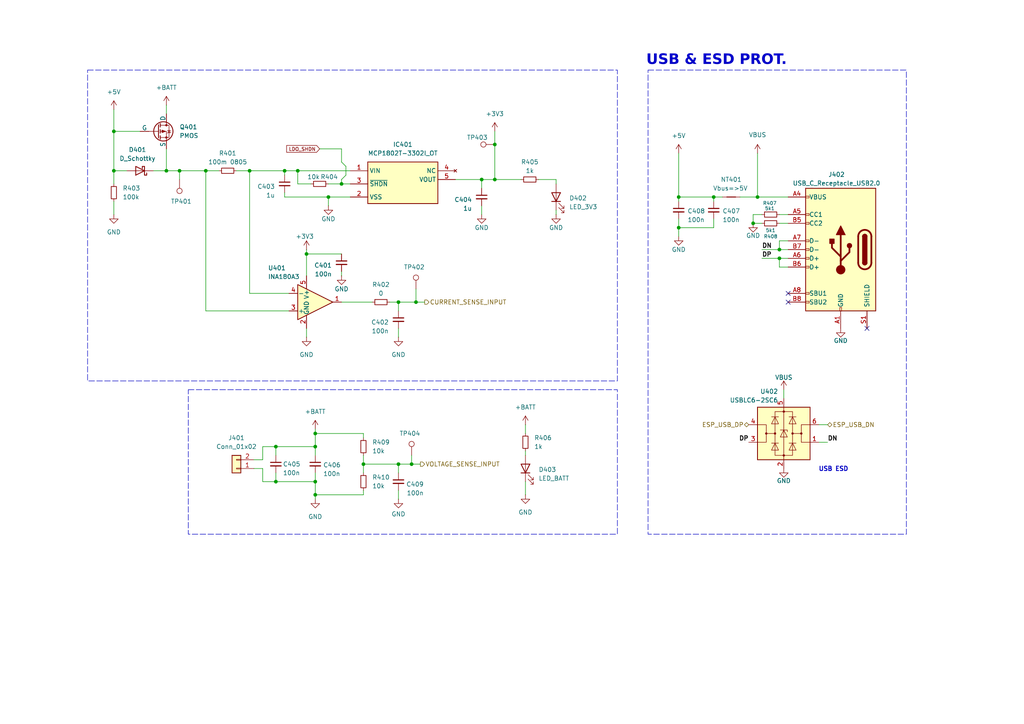
<source format=kicad_sch>
(kicad_sch (version 20231120) (generator "eeschema") (generator_version "8.0")
  (paper "A4")
  (lib_symbols
    (symbol "Amplifier_Current:INA180A3" (pin_names (offset 0.127))
      (property "Reference" "U401" (at -0.3459 -10.16 0))
      (property "Value" "INA180A3" (at -0.3459 -7.62 0))
      (symbol "INA180A3_0_1"
        (polyline (pts (xy 5.08 0) (xy -5.08 5.08) (xy -5.08 -5.08) (xy 5.08 0)) (stroke (width 0.254)) (fill (type background)))
      )
      (symbol "INA180A3_1_1"
        (pin output line (at 7.62 0 180) (length 2.54) (name "~") (number "1"))
        (pin power_in line (at -2.54 7.62 270) (length 3.81) (name "GND") (number "2"))
        (pin input line (at -7.62 2.54 0) (length 2.54) (name "+") (number "3"))
        (pin input line (at -7.62 -2.54 0) (length 2.54) (name "-") (number "4"))
        (pin power_in line (at -2.54 -7.62 90) (length 3.81) (name "V+") (number "5"))
      )
    )
    (symbol "Connector:TestPoint" (pin_numbers hide) (pin_names (offset 0.762) hide)
      (property "Reference" "TP" (at 0 6.858 0))
      (property "Value" "TestPoint" (at 0 5.08 0))
      (symbol "TestPoint_0_1"
        (circle (center 0 3.302) (radius 0.762))
      )
      (symbol "TestPoint_1_1"
        (pin passive line (at 0 0 90) (length 2.54) (name "1") (number "1"))
      )
    )
    (symbol "Connector:USB_C_Receptacle_USB2.0" (pin_names (offset 1.016))
      (property "Reference" "J" (at -10.16 19.05 0))
      (property "Value" "USB_C_Receptacle_USB2.0" (at 19.05 19.05 0))
      (symbol "USB_C_Receptacle_USB2.0_0_0"
        (rectangle (start -0.254 -17.78) (end 0.254 -16.764))
        (rectangle (start 10.16 -14.986) (end 9.144 -15.494))
        (rectangle (start 10.16 -12.446) (end 9.144 -12.954))
        (rectangle (start 10.16 -4.826) (end 9.144 -5.334))
        (rectangle (start 10.16 -2.286) (end 9.144 -2.794))
        (rectangle (start 10.16 0.254) (end 9.144 -0.254))
        (rectangle (start 10.16 2.794) (end 9.144 2.286))
        (rectangle (start 10.16 7.874) (end 9.144 7.366))
        (rectangle (start 10.16 10.414) (end 9.144 9.906))
        (rectangle (start 10.16 15.494) (end 9.144 14.986))
      )
      (symbol "USB_C_Receptacle_USB2.0_0_1"
        (rectangle (start -10.16 17.78) (end 10.16 -17.78) (stroke (width 0.254)) (fill (type background)))
        (arc (start -8.89 -3.81) (mid -6.985 -5.7067) (end -5.08 -3.81) (stroke (width 0.508)))
        (arc (start -7.62 -3.81) (mid -6.985 -4.4423) (end -6.35 -3.81) (stroke (width 0.254)))
        (arc (start -7.62 -3.81) (mid -6.985 -4.4423) (end -6.35 -3.81) (stroke (width 0.254)) (fill (type outline)))
        (rectangle (start -7.62 -3.81) (end -6.35 3.81) (stroke (width 0.254)) (fill (type outline)))
        (arc (start -6.35 3.81) (mid -6.985 4.4423) (end -7.62 3.81) (stroke (width 0.254)))
        (arc (start -6.35 3.81) (mid -6.985 4.4423) (end -7.62 3.81) (stroke (width 0.254)) (fill (type outline)))
        (arc (start -5.08 3.81) (mid -6.985 5.7067) (end -8.89 3.81) (stroke (width 0.508)))
        (circle (center -2.54 1.143) (radius 0.635) (stroke (width 0.254)) (fill (type outline)))
        (circle (center 0 -5.842) (radius 1.27) (fill (type outline)))
        (polyline (pts (xy -8.89 -3.81) (xy -8.89 3.81)) (stroke (width 0.508)))
        (polyline (pts (xy -5.08 3.81) (xy -5.08 -3.81)) (stroke (width 0.508)))
        (polyline (pts (xy 0 -5.842) (xy 0 4.318)) (stroke (width 0.508)))
        (polyline (pts (xy 0 -3.302) (xy -2.54 -0.762) (xy -2.54 0.508)) (stroke (width 0.508)))
        (polyline (pts (xy 0 -2.032) (xy 2.54 0.508) (xy 2.54 1.778)) (stroke (width 0.508)))
        (polyline (pts (xy -1.27 4.318) (xy 0 6.858) (xy 1.27 4.318) (xy -1.27 4.318)) (stroke (width 0.254)) (fill (type outline)))
        (rectangle (start 1.905 1.778) (end 3.175 3.048) (stroke (width 0.254)) (fill (type outline)))
      )
      (symbol "USB_C_Receptacle_USB2.0_1_1"
        (pin passive line (at 0 -22.86 90) (length 5.08) (name "GND") (number "A1"))
        (pin passive line (at 0 -22.86 90) (length 5.08) hide (name "GND") (number "A12"))
        (pin passive line (at 15.24 15.24 180) (length 5.08) (name "VBUS") (number "A4"))
        (pin bidirectional line (at 15.24 10.16 180) (length 5.08) (name "CC1") (number "A5"))
        (pin bidirectional line (at 15.24 -2.54 180) (length 5.08) (name "D+") (number "A6"))
        (pin bidirectional line (at 15.24 2.54 180) (length 5.08) (name "D-") (number "A7"))
        (pin bidirectional line (at 15.24 -12.7 180) (length 5.08) (name "SBU1") (number "A8"))
        (pin passive line (at 15.24 15.24 180) (length 5.08) hide (name "VBUS") (number "A9"))
        (pin passive line (at 0 -22.86 90) (length 5.08) hide (name "GND") (number "B1"))
        (pin passive line (at 0 -22.86 90) (length 5.08) hide (name "GND") (number "B12"))
        (pin passive line (at 15.24 15.24 180) (length 5.08) hide (name "VBUS") (number "B4"))
        (pin bidirectional line (at 15.24 7.62 180) (length 5.08) (name "CC2") (number "B5"))
        (pin bidirectional line (at 15.24 -5.08 180) (length 5.08) (name "D+") (number "B6"))
        (pin bidirectional line (at 15.24 0 180) (length 5.08) (name "D-") (number "B7"))
        (pin bidirectional line (at 15.24 -15.24 180) (length 5.08) (name "SBU2") (number "B8"))
        (pin passive line (at 15.24 15.24 180) (length 5.08) hide (name "VBUS") (number "B9"))
        (pin passive line (at -7.62 -22.86 90) (length 5.08) (name "SHIELD") (number "S1"))
      )
    )
    (symbol "Connector_Generic:Conn_01x02" (pin_names (offset 1.016) hide)
      (property "Reference" "J" (at 0 2.54 0))
      (property "Value" "Conn_01x02" (at 0 -5.08 0))
      (symbol "Conn_01x02_1_1"
        (rectangle (start -1.27 -2.413) (end 0 -2.667) (stroke (width 0.1524)))
        (rectangle (start -1.27 0.127) (end 0 -0.127) (stroke (width 0.1524)))
        (rectangle (start -1.27 1.27) (end 1.27 -3.81) (stroke (width 0.254)) (fill (type background)))
        (pin passive line (at -5.08 0 0) (length 3.81) (name "Pin_1") (number "1"))
        (pin passive line (at -5.08 -2.54 0) (length 3.81) (name "Pin_2") (number "2"))
      )
    )
    (symbol "Device:C_Small" (pin_numbers hide) (pin_names (offset 0.254) hide)
      (property "Reference" "C" (at 0.254 1.778 0))
      (property "Value" "C_Small" (at 0.254 -2.032 0))
      (symbol "C_Small_0_1"
        (polyline (pts (xy -1.524 -0.508) (xy 1.524 -0.508)) (stroke (width 0.3302)))
        (polyline (pts (xy -1.524 0.508) (xy 1.524 0.508)) (stroke (width 0.3048)))
      )
      (symbol "C_Small_1_1"
        (pin passive line (at 0 2.54 270) (length 2.032) (name "~") (number "1"))
        (pin passive line (at 0 -2.54 90) (length 2.032) (name "~") (number "2"))
      )
    )
    (symbol "Device:D_Schottky" (pin_numbers hide) (pin_names (offset 1.016) hide)
      (property "Reference" "D" (at 0 2.54 0))
      (property "Value" "D_Schottky" (at 0 -2.54 0))
      (symbol "D_Schottky_0_1"
        (polyline (pts (xy 1.27 0) (xy -1.27 0)))
        (polyline (pts (xy 1.27 1.27) (xy 1.27 -1.27) (xy -1.27 0) (xy 1.27 1.27)) (stroke (width 0.254)))
        (polyline (pts (xy -1.905 0.635) (xy -1.905 1.27) (xy -1.27 1.27) (xy -1.27 -1.27) (xy -0.635 -1.27) (xy -0.635 -0.635)) (stroke (width 0.254)))
      )
      (symbol "D_Schottky_1_1"
        (pin passive line (at -3.81 0 0) (length 2.54) (name "K") (number "1"))
        (pin passive line (at 3.81 0 180) (length 2.54) (name "A") (number "2"))
      )
    )
    (symbol "Device:LED" (pin_numbers hide) (pin_names (offset 1.016) hide)
      (property "Reference" "D" (at 0 2.54 0))
      (property "Value" "LED" (at 0 -2.54 0))
      (symbol "LED_0_1"
        (polyline (pts (xy -1.27 -1.27) (xy -1.27 1.27)) (stroke (width 0.254)))
        (polyline (pts (xy -1.27 0) (xy 1.27 0)))
        (polyline (pts (xy 1.27 -1.27) (xy 1.27 1.27) (xy -1.27 0) (xy 1.27 -1.27)) (stroke (width 0.254)))
        (polyline (pts (xy -3.048 -0.762) (xy -4.572 -2.286) (xy -3.81 -2.286) (xy -4.572 -2.286) (xy -4.572 -1.524)))
        (polyline (pts (xy -1.778 -0.762) (xy -3.302 -2.286) (xy -2.54 -2.286) (xy -3.302 -2.286) (xy -3.302 -1.524)))
      )
      (symbol "LED_1_1"
        (pin passive line (at -3.81 0 0) (length 2.54) (name "K") (number "1"))
        (pin passive line (at 3.81 0 180) (length 2.54) (name "A") (number "2"))
      )
    )
    (symbol "Device:NetTie_2" (pin_numbers hide) (pin_names (offset 0) hide) (in_bom no)
      (property "Reference" "NT" (at 0 1.27 0))
      (property "Value" "NetTie_2" (at 0 -1.27 0))
      (symbol "NetTie_2_0_1"
        (polyline (pts (xy -1.27 0) (xy 1.27 0)) (stroke (width 0.254)))
      )
      (symbol "NetTie_2_1_1"
        (pin passive line (at -2.54 0 0) (length 2.54) (name "1") (number "1"))
        (pin passive line (at 2.54 0 180) (length 2.54) (name "2") (number "2"))
      )
    )
    (symbol "Device:R_Small" (pin_numbers hide) (pin_names (offset 0.254) hide)
      (property "Reference" "R" (at 0.762 0.508 0))
      (property "Value" "R_Small" (at 0.762 -1.016 0))
      (symbol "R_Small_0_1"
        (rectangle (start -0.762 1.778) (end 0.762 -1.778) (stroke (width 0.2032)))
      )
      (symbol "R_Small_1_1"
        (pin passive line (at 0 2.54 270) (length 0.762) (name "~") (number "1"))
        (pin passive line (at 0 -2.54 90) (length 0.762) (name "~") (number "2"))
      )
    )
    (symbol "Power_Protection:USBLC6-2SC6" (pin_names hide)
      (property "Reference" "U" (at 2.54 8.89 0))
      (property "Value" "USBLC6-2SC6" (at 2.54 -8.89 0))
      (symbol "USBLC6-2SC6_0_1"
        (rectangle (start -7.62 -7.62) (end 7.62 7.62) (stroke (width 0.254)) (fill (type background)))
        (circle (center -5.08 0) (radius 0.254) (fill (type outline)))
        (circle (center -2.54 0) (radius 0.254) (fill (type outline)))
        (rectangle (start -2.54 6.35) (end 2.54 -6.35))
        (circle (center 0 -6.35) (radius 0.254) (fill (type outline)))
        (polyline (pts (xy -5.08 -2.54) (xy -7.62 -2.54)))
        (polyline (pts (xy -5.08 0) (xy -5.08 -2.54)))
        (polyline (pts (xy -5.08 2.54) (xy -7.62 2.54)))
        (polyline (pts (xy -1.524 -2.794) (xy -3.556 -2.794)))
        (polyline (pts (xy -1.524 4.826) (xy -3.556 4.826)))
        (polyline (pts (xy 0 -7.62) (xy 0 -6.35)))
        (polyline (pts (xy 0 -6.35) (xy 0 1.27)))
        (polyline (pts (xy 0 1.27) (xy 0 6.35)))
        (polyline (pts (xy 0 6.35) (xy 0 7.62)))
        (polyline (pts (xy 1.524 -2.794) (xy 3.556 -2.794)))
        (polyline (pts (xy 1.524 4.826) (xy 3.556 4.826)))
        (polyline (pts (xy 5.08 -2.54) (xy 7.62 -2.54)))
        (polyline (pts (xy 5.08 0) (xy 5.08 -2.54)))
        (polyline (pts (xy 5.08 2.54) (xy 7.62 2.54)))
        (polyline (pts (xy -2.54 0) (xy -5.08 0) (xy -5.08 2.54)))
        (polyline (pts (xy 2.54 0) (xy 5.08 0) (xy 5.08 2.54)))
        (polyline (pts (xy -3.556 -4.826) (xy -1.524 -4.826) (xy -2.54 -2.794) (xy -3.556 -4.826)))
        (polyline (pts (xy -3.556 2.794) (xy -1.524 2.794) (xy -2.54 4.826) (xy -3.556 2.794)))
        (polyline (pts (xy -1.016 -1.016) (xy 1.016 -1.016) (xy 0 1.016) (xy -1.016 -1.016)))
        (polyline (pts (xy 1.016 1.016) (xy 0.762 1.016) (xy -1.016 1.016) (xy -1.016 0.508)))
        (polyline (pts (xy 3.556 -4.826) (xy 1.524 -4.826) (xy 2.54 -2.794) (xy 3.556 -4.826)))
        (polyline (pts (xy 3.556 2.794) (xy 1.524 2.794) (xy 2.54 4.826) (xy 3.556 2.794)))
        (circle (center 0 6.35) (radius 0.254) (fill (type outline)))
        (circle (center 2.54 0) (radius 0.254) (fill (type outline)))
        (circle (center 5.08 0) (radius 0.254) (fill (type outline)))
      )
      (symbol "USBLC6-2SC6_1_1"
        (pin passive line (at -10.16 -2.54 0) (length 2.54) (name "I/O1") (number "1"))
        (pin passive line (at 0 -10.16 90) (length 2.54) (name "GND") (number "2"))
        (pin passive line (at 10.16 -2.54 180) (length 2.54) (name "I/O2") (number "3"))
        (pin passive line (at 10.16 2.54 180) (length 2.54) (name "I/O2") (number "4"))
        (pin passive line (at 0 10.16 270) (length 2.54) (name "VBUS") (number "5"))
        (pin passive line (at -10.16 2.54 0) (length 2.54) (name "I/O1") (number "6"))
      )
    )
    (symbol "SamacSys_Parts:MCP1802T-3302I_OT"
      (property "Reference" "IC401" (at 15.24 7.62 0))
      (property "Value" "MCP1802T-3302I_OT" (at 15.24 5.08 0))
      (symbol "MCP1802T-3302I_OT_1_1"
        (rectangle (start 5.08 2.54) (end 25.4 -9.525) (stroke (width 0.254)) (fill (type background)))
        (pin passive line (at 0 0 0) (length 5.08) (name "VIN") (number "1"))
        (pin passive line (at 0 -7.62 0) (length 5.08) (name "VSS") (number "2"))
        (pin passive line (at 0 -3.81 0) (length 5.08) (name "~{SHDN}") (number "3"))
        (pin no_connect line (at 30.48 0 180) (length 5.08) (name "NC") (number "4"))
        (pin passive line (at 30.48 -2.54 180) (length 5.08) (name "VOUT") (number "5"))
      )
    )
    (symbol "Simulation_SPICE:PMOS" (pin_numbers hide) (pin_names (offset 0))
      (property "Reference" "Q" (at 5.08 1.27 0))
      (property "Value" "PMOS" (at 5.08 -1.27 0))
      (symbol "PMOS_0_1"
        (polyline (pts (xy 0.254 0) (xy -2.54 0)))
        (polyline (pts (xy 0.254 1.905) (xy 0.254 -1.905)) (stroke (width 0.254)))
        (polyline (pts (xy 0.762 -1.27) (xy 0.762 -2.286)) (stroke (width 0.254)))
        (polyline (pts (xy 0.762 0.508) (xy 0.762 -0.508)) (stroke (width 0.254)))
        (polyline (pts (xy 0.762 2.286) (xy 0.762 1.27)) (stroke (width 0.254)))
        (polyline (pts (xy 2.54 2.54) (xy 2.54 1.778)))
        (polyline (pts (xy 2.54 -2.54) (xy 2.54 0) (xy 0.762 0)))
        (polyline (pts (xy 0.762 1.778) (xy 3.302 1.778) (xy 3.302 -1.778) (xy 0.762 -1.778)))
        (polyline (pts (xy 2.286 0) (xy 1.27 0.381) (xy 1.27 -0.381) (xy 2.286 0)) (fill (type outline)))
        (polyline (pts (xy 2.794 -0.508) (xy 2.921 -0.381) (xy 3.683 -0.381) (xy 3.81 -0.254)))
        (polyline (pts (xy 3.302 -0.381) (xy 2.921 0.254) (xy 3.683 0.254) (xy 3.302 -0.381)))
        (circle (center 1.651 0) (radius 2.794) (stroke (width 0.254)))
        (circle (center 2.54 -1.778) (radius 0.254) (fill (type outline)))
        (circle (center 2.54 1.778) (radius 0.254) (fill (type outline)))
      )
      (symbol "PMOS_1_1"
        (pin passive line (at 2.54 5.08 270) (length 2.54) (name "D") (number "1"))
        (pin input line (at -5.08 0 0) (length 2.54) (name "G") (number "2"))
        (pin passive line (at 2.54 -5.08 90) (length 2.54) (name "S") (number "3"))
      )
    )
    (symbol "power:+3V3" (power) (pin_numbers hide) (pin_names (offset 0) hide)
      (property "Value" "+3V3" (at 0 3.556 0))
      (symbol "+3V3_0_1"
        (polyline (pts (xy -0.762 1.27) (xy 0 2.54)))
        (polyline (pts (xy 0 0) (xy 0 2.54)))
        (polyline (pts (xy 0 2.54) (xy 0.762 1.27)))
      )
      (symbol "+3V3_1_1"
        (pin power_in line (at 0 0 90) (length 0) (name "~") (number "1"))
      )
    )
    (symbol "power:+5V" (power) (pin_numbers hide) (pin_names (offset 0) hide)
      (property "Value" "+5V" (at 0 3.556 0))
      (symbol "+5V_0_1"
        (polyline (pts (xy -0.762 1.27) (xy 0 2.54)))
        (polyline (pts (xy 0 0) (xy 0 2.54)))
        (polyline (pts (xy 0 2.54) (xy 0.762 1.27)))
      )
      (symbol "+5V_1_1"
        (pin power_in line (at 0 0 90) (length 0) (name "~") (number "1"))
      )
    )
    (symbol "power:+BATT" (power) (pin_numbers hide) (pin_names (offset 0) hide)
      (property "Value" "+BATT" (at 0 3.556 0))
      (symbol "+BATT_0_1"
        (polyline (pts (xy -0.762 1.27) (xy 0 2.54)))
        (polyline (pts (xy 0 0) (xy 0 2.54)))
        (polyline (pts (xy 0 2.54) (xy 0.762 1.27)))
      )
      (symbol "+BATT_1_1"
        (pin power_in line (at 0 0 90) (length 0) (name "~") (number "1"))
      )
    )
    (symbol "power:GND" (power) (pin_numbers hide) (pin_names (offset 0) hide)
      (property "Value" "GND" (at 0 -3.81 0))
      (symbol "GND_0_1"
        (polyline (pts (xy 0 0) (xy 0 -1.27) (xy 1.27 -1.27) (xy 0 -2.54) (xy -1.27 -1.27) (xy 0 -1.27)))
      )
      (symbol "GND_1_1"
        (pin power_in line (at 0 0 270) (length 0) (name "~") (number "1"))
      )
    )
    (symbol "power:VBUS" (power) (pin_names (offset 0))
      (property "Value" "VBUS" (at 0 3.81 0))
      (symbol "VBUS_0_1"
        (polyline (pts (xy -0.762 1.27) (xy 0 2.54)))
        (polyline (pts (xy 0 0) (xy 0 2.54)))
        (polyline (pts (xy 0 2.54) (xy 0.762 1.27)))
      )
      (symbol "VBUS_1_1"
        (pin power_in line (at 0 0 90) (length 0) hide (name "VBUS") (number "1"))
      )
    )
  )
  (junction (at 218.44 64.77))
  (junction (at 196.85 57.15))
  (junction (at 105.41 134.62))
  (junction (at 143.51 52.07))
  (junction (at 226.06 72.39))
  (junction (at 95.25 57.15))
  (junction (at 82.55 49.53))
  (junction (at 48.26 49.53))
  (junction (at 115.57 134.62))
  (junction (at 33.02 49.53))
  (junction (at 33.02 38.1))
  (junction (at 80.01 139.7))
  (junction (at 52.07 49.53))
  (junction (at 91.44 125.73))
  (junction (at 219.71 57.15))
  (junction (at 91.44 129.54))
  (junction (at 226.06 74.93))
  (junction (at 72.39 49.53))
  (junction (at 143.51 41.91))
  (junction (at 88.9 73.66))
  (junction (at 120.65 87.63))
  (junction (at 139.7 52.07))
  (junction (at 115.57 87.63))
  (junction (at 59.69 49.53))
  (junction (at 80.01 129.54))
  (junction (at 99.06 53.34))
  (junction (at 91.44 143.51))
  (junction (at 207.01 57.15))
  (junction (at 196.85 66.04))
  (junction (at 91.44 139.7))
  (junction (at 86.36 49.53))
  (junction (at 119.38 134.62))
  (no_connect (at 251.46 95.25))
  (no_connect (at 228.6 85.09))
  (no_connect (at 228.6 87.63))
  (wire (pts (xy 139.7 59.69) (xy 139.7 62.23)))
  (wire (pts (xy 48.26 49.53) (xy 52.07 49.53)))
  (wire (pts (xy 207.01 66.04) (xy 196.85 66.04)))
  (wire (pts (xy 95.25 57.15) (xy 95.25 59.69)))
  (wire (pts (xy 196.85 58.42) (xy 196.85 57.15)))
  (wire (pts (xy 115.57 95.25) (xy 115.57 97.79)))
  (wire (pts (xy 219.71 44.45) (xy 219.71 57.15)))
  (wire (pts (xy 95.25 57.15) (xy 101.6 57.15)))
  (wire (pts (xy 115.57 134.62) (xy 115.57 137.16)))
  (wire (pts (xy 88.9 73.66) (xy 99.06 73.66)))
  (wire (pts (xy 48.26 43.18) (xy 48.26 49.53)))
  (wire (pts (xy 33.02 49.53) (xy 36.83 49.53)))
  (wire (pts (xy 226.06 74.93) (xy 220.98 74.93)))
  (wire (pts (xy 115.57 134.62) (xy 119.38 134.62)))
  (wire (pts (xy 119.38 134.62) (xy 121.92 134.62)))
  (wire (pts (xy 99.06 46.99) (xy 99.06 43.18)))
  (wire (pts (xy 196.85 66.04) (xy 196.85 68.58)))
  (wire (pts (xy 207.01 57.15) (xy 196.85 57.15)))
  (wire (pts (xy 91.44 124.46) (xy 91.44 125.73)))
  (wire (pts (xy 196.85 63.5) (xy 196.85 66.04)))
  (wire (pts (xy 91.44 125.73) (xy 91.44 129.54)))
  (wire (pts (xy 152.4 139.7) (xy 152.4 143.51)))
  (wire (pts (xy 207.01 63.5) (xy 207.01 66.04)))
  (wire (pts (xy 156.21 52.07) (xy 161.29 52.07)))
  (wire (pts (xy 105.41 125.73) (xy 105.41 127)))
  (wire (pts (xy 80.01 139.7) (xy 76.2 139.7)))
  (wire (pts (xy 119.38 132.08) (xy 119.38 134.62)))
  (wire (pts (xy 59.69 49.53) (xy 63.5 49.53)))
  (wire (pts (xy 83.82 90.17) (xy 59.69 90.17)))
  (wire (pts (xy 228.6 62.23) (xy 226.06 62.23)))
  (wire (pts (xy 207.01 58.42) (xy 207.01 57.15)))
  (wire (pts (xy 88.9 97.79) (xy 88.9 95.25)))
  (wire (pts (xy 80.01 139.7) (xy 91.44 139.7)))
  (wire (pts (xy 100.33 48.26) (xy 100.33 50.8)))
  (wire (pts (xy 161.29 60.96) (xy 161.29 62.23)))
  (wire (pts (xy 73.66 135.89) (xy 76.2 135.89)))
  (wire (pts (xy 72.39 49.53) (xy 82.55 49.53)))
  (wire (pts (xy 83.82 85.09) (xy 72.39 85.09)))
  (wire (pts (xy 209.55 57.15) (xy 207.01 57.15)))
  (wire (pts (xy 86.36 53.34) (xy 86.36 49.53)))
  (wire (pts (xy 105.41 142.24) (xy 105.41 143.51)))
  (wire (pts (xy 227.33 113.03) (xy 227.33 115.57)))
  (wire (pts (xy 52.07 49.53) (xy 52.07 52.07)))
  (wire (pts (xy 68.58 49.53) (xy 72.39 49.53)))
  (wire (pts (xy 88.9 72.39) (xy 88.9 73.66)))
  (wire (pts (xy 228.6 57.15) (xy 219.71 57.15)))
  (wire (pts (xy 82.55 57.15) (xy 82.55 55.88)))
  (wire (pts (xy 52.07 49.53) (xy 59.69 49.53)))
  (wire (pts (xy 115.57 87.63) (xy 120.65 87.63)))
  (wire (pts (xy 44.45 49.53) (xy 48.26 49.53)))
  (wire (pts (xy 73.66 133.35) (xy 76.2 133.35)))
  (wire (pts (xy 240.03 128.27) (xy 237.49 128.27)))
  (wire (pts (xy 33.02 38.1) (xy 33.02 49.53)))
  (wire (pts (xy 226.06 72.39) (xy 220.98 72.39)))
  (wire (pts (xy 228.6 72.39) (xy 226.06 72.39)))
  (wire (pts (xy 99.06 78.74) (xy 99.06 80.01)))
  (wire (pts (xy 120.65 87.63) (xy 123.19 87.63)))
  (wire (pts (xy 86.36 49.53) (xy 101.6 49.53)))
  (wire (pts (xy 33.02 31.75) (xy 33.02 38.1)))
  (wire (pts (xy 196.85 44.45) (xy 196.85 57.15)))
  (wire (pts (xy 105.41 132.08) (xy 105.41 134.62)))
  (wire (pts (xy 139.7 52.07) (xy 139.7 54.61)))
  (wire (pts (xy 91.44 137.16) (xy 91.44 139.7)))
  (wire (pts (xy 226.06 74.93) (xy 228.6 74.93)))
  (wire (pts (xy 139.7 52.07) (xy 143.51 52.07)))
  (wire (pts (xy 33.02 58.42) (xy 33.02 62.23)))
  (wire (pts (xy 120.65 83.82) (xy 120.65 87.63)))
  (wire (pts (xy 91.44 129.54) (xy 91.44 132.08)))
  (wire (pts (xy 76.2 135.89) (xy 76.2 139.7)))
  (wire (pts (xy 220.98 62.23) (xy 218.44 62.23)))
  (wire (pts (xy 161.29 52.07) (xy 161.29 53.34)))
  (wire (pts (xy 76.2 129.54) (xy 80.01 129.54)))
  (wire (pts (xy 105.41 143.51) (xy 91.44 143.51)))
  (wire (pts (xy 143.51 41.91) (xy 143.51 52.07)))
  (wire (pts (xy 90.17 53.34) (xy 86.36 53.34)))
  (wire (pts (xy 82.55 49.53) (xy 82.55 50.8)))
  (wire (pts (xy 240.03 123.19) (xy 237.49 123.19)))
  (wire (pts (xy 88.9 73.66) (xy 88.9 80.01)))
  (wire (pts (xy 228.6 64.77) (xy 226.06 64.77)))
  (wire (pts (xy 113.03 87.63) (xy 115.57 87.63)))
  (wire (pts (xy 91.44 143.51) (xy 91.44 144.78)))
  (wire (pts (xy 105.41 134.62) (xy 115.57 134.62)))
  (wire (pts (xy 82.55 49.53) (xy 86.36 49.53)))
  (wire (pts (xy 99.06 53.34) (xy 99.06 52.07)))
  (wire (pts (xy 220.98 64.77) (xy 218.44 64.77)))
  (wire (pts (xy 226.06 69.85) (xy 226.06 72.39)))
  (wire (pts (xy 95.25 53.34) (xy 99.06 53.34)))
  (wire (pts (xy 219.71 57.15) (xy 214.63 57.15)))
  (wire (pts (xy 33.02 38.1) (xy 40.64 38.1)))
  (wire (pts (xy 226.06 74.93) (xy 226.06 77.47)))
  (wire (pts (xy 100.33 48.26) (xy 99.06 46.99)))
  (wire (pts (xy 115.57 142.24) (xy 115.57 144.78)))
  (wire (pts (xy 105.41 134.62) (xy 105.41 137.16)))
  (wire (pts (xy 80.01 129.54) (xy 91.44 129.54)))
  (wire (pts (xy 218.44 62.23) (xy 218.44 64.77)))
  (wire (pts (xy 91.44 125.73) (xy 105.41 125.73)))
  (wire (pts (xy 132.08 52.07) (xy 139.7 52.07)))
  (wire (pts (xy 152.4 123.19) (xy 152.4 125.73)))
  (wire (pts (xy 99.06 53.34) (xy 101.6 53.34)))
  (wire (pts (xy 226.06 69.85) (xy 228.6 69.85)))
  (wire (pts (xy 76.2 133.35) (xy 76.2 129.54)))
  (wire (pts (xy 91.44 139.7) (xy 91.44 143.51)))
  (wire (pts (xy 72.39 49.53) (xy 72.39 85.09)))
  (wire (pts (xy 80.01 129.54) (xy 80.01 132.08)))
  (wire (pts (xy 92.71 43.18) (xy 99.06 43.18)))
  (wire (pts (xy 59.69 49.53) (xy 59.69 90.17)))
  (wire (pts (xy 99.06 52.07) (xy 100.33 50.8)))
  (wire (pts (xy 143.51 52.07) (xy 151.13 52.07)))
  (wire (pts (xy 152.4 130.81) (xy 152.4 132.08)))
  (wire (pts (xy 48.26 30.48) (xy 48.26 33.02)))
  (wire (pts (xy 228.6 77.47) (xy 226.06 77.47)))
  (wire (pts (xy 115.57 87.63) (xy 115.57 90.17)))
  (wire (pts (xy 99.06 87.63) (xy 107.95 87.63)))
  (wire (pts (xy 143.51 38.1) (xy 143.51 41.91)))
  (wire (pts (xy 33.02 49.53) (xy 33.02 53.34)))
  (wire (pts (xy 82.55 57.15) (xy 95.25 57.15)))
  (wire (pts (xy 80.01 137.16) (xy 80.01 139.7)))
  (rectangle (start 25.4 20.32) (end 179.07 110.49) (stroke (width 0) (type dash)))
  (rectangle (start 187.96 20.32) (end 262.89 154.94) (stroke (width 0) (type dash)))
  (rectangle (start 54.61 113.03) (end 179.07 154.94) (stroke (width 0) (type dash)))
  (text "USB & ESD PROT. " (at 187.452 20.066 0) (effects (font (size 3 3) (thickness 0.254) (bold yes)) (justify left bottom)))
  (text "USB ESD" (at 246.126 136.906 0) (effects (font (size 1.27 1.27) (thickness 0.254) (bold yes)) (justify right bottom)))
  (label "DP" (at 217.17 128.27 180) (effects (font (bold yes))))
  (label "DN" (at 220.98 72.39 0) (effects (font (bold yes))))
  (label "DN" (at 240.03 128.27 0) (effects (font (bold yes))))
  (label "DP" (at 220.98 74.93 0) (effects (font (bold yes))))
  (global_label "LDO_SHDN" (shape input) (at 92.71 43.18 180) (effects (font (size 1 1))) (property "Intersheetrefs" "${INTERSHEET_REFS}" (effects (hide yes))))
  (hierarchical_label "VOLTAGE_SENSE_INPUT" (shape output) (at 121.92 134.62 0))
  (hierarchical_label "ESP_USB_DN" (shape bidirectional) (at 240.03 123.19 0))
  (hierarchical_label "CURRENT_SENSE_INPUT" (shape output) (at 123.19 87.63 0))
  (hierarchical_label "ESP_USB_DP" (shape bidirectional) (at 217.17 123.19 180))
  (symbol (lib_id "Power_Protection:USBLC6-2SC6") (at 227.33 125.73 0) (mirror y) (unit 1)
    (property "Reference" "U402" (at 225.6789 113.538 0) (effects (justify left)))
    (property "Value" "USBLC6-2SC6" (at 225.6789 116.078 0) (effects (justify left)))
    (property "Footprint" "Package_TO_SOT_SMD:SOT-23-6" (effects (hide yes)))
    (property "Datasheet" "https://www.st.com/resource/en/datasheet/usblc6-2.pdf" (effects (hide yes)))
  )
  (symbol (lib_id "Connector:USB_C_Receptacle_USB2.0") (at 243.84 72.39 0) (mirror y) (unit 1)
    (property "Reference" "J402" (at 242.631 50.6143 0))
    (property "Value" "USB_C_Receptacle_USB2.0" (at 242.631 53.1543 0))
    (property "Footprint" "Connector_USB:USB_C_Receptacle_GCT_USB4105-xx-A_16P_TopMnt_Horizontal" (effects (hide yes)))
    (property "Datasheet" "https://www.usb.org/sites/default/files/documents/usb_type-c.zip" (effects (hide yes)))
  )
  (symbol (lib_id "power:GND") (at 196.85 68.58 0) (mirror y) (unit 1)
    (property "Reference" "#PWR0420" (effects (hide yes)))
    (property "Value" "GND" (at 196.85 72.39 0))
    (property "Description" "Power symbol creates a global label with name \"GND\" , ground" (effects (hide yes)))
  )
  (symbol (lib_id "Device:C_Small") (at 115.57 139.7 0) (unit 1)
    (property "Reference" "C409" (at 122.936 140.462 0) (effects (justify right)))
    (property "Value" "100n" (at 122.936 143.002 0) (effects (justify right)))
    (property "Footprint" "Capacitor_SMD:C_0402_1005Metric" (effects (hide yes)))
    (property "LCSC Part #" "C307331" (effects (hide yes)))
    (property "JLCPCB Part #" "C307331" (effects (hide yes)))
  )
  (symbol (lib_id "power:GND") (at 33.02 62.23 0) (unit 1)
    (property "Reference" "#PWR0410" (effects (hide yes)))
    (property "Value" "GND" (at 33.02 67.31 0))
    (property "Description" "Power symbol creates a global label with name \"GND\" , ground" (effects (hide yes)))
  )
  (symbol (lib_id "Device:C_Small") (at 196.85 60.96 0) (mirror y) (unit 1)
    (property "Reference" "C408" (at 199.39 61.214 0) (effects (justify right)))
    (property "Value" "100n" (at 199.39 63.754 0) (effects (justify right)))
    (property "Footprint" "Capacitor_SMD:C_0402_1005Metric" (effects (hide yes)))
    (property "LCSC Part #" "C307331" (effects (hide yes)))
    (property "JLCPCB Part #" "C307331" (effects (hide yes)))
  )
  (symbol (lib_id "power:+BATT") (at 48.26 30.48 0) (unit 1)
    (property "Reference" "#PWR0411" (effects (hide yes)))
    (property "Value" "+BATT" (at 48.26 25.4 0))
    (property "Description" "Power symbol creates a global label with name \"+BATT\"" (effects (hide yes)))
  )
  (symbol (lib_id "Connector_Generic:Conn_01x02") (at 68.58 135.89 180) (unit 1)
    (property "Reference" "J401" (at 68.58 127 0))
    (property "Value" "Conn_01x02" (at 68.58 129.54 0))
    (property "Description" "Generic connector, single row, 01x02, script generated (kicad-library-utils/schlib/autogen/connector/)" (effects (hide yes)))
  )
  (symbol (lib_id "Device:R_Small") (at 223.52 64.77 270) (mirror x) (unit 1)
    (property "Reference" "R408" (at 223.52 68.58 90) (effects (font (size 1 1))))
    (property "Value" "5k1" (at 223.52 66.802 90) (effects (font (size 1 1))))
    (property "Footprint" "Resistor_SMD:R_0402_1005Metric" (effects (hide yes)))
    (property "JLCPCB Part #" "C25905" (effects (hide yes)))
  )
  (symbol (lib_id "power:+5V") (at 196.85 44.45 0) (mirror y) (unit 1)
    (property "Reference" "#PWR0419" (effects (hide yes)))
    (property "Value" "+5V" (at 196.85 39.37 0))
    (property "Description" "Power symbol creates a global label with name \"+5V\"" (effects (hide yes)))
  )
  (symbol (lib_id "power:GND") (at 99.06 80.01 0) (unit 1)
    (property "Reference" "#PWR0405" (effects (hide yes)))
    (property "Value" "GND" (at 99.06 83.82 0))
    (property "Description" "Power symbol creates a global label with name \"GND\" , ground" (effects (hide yes)))
  )
  (symbol (lib_id "power:GND") (at 115.57 144.78 0) (unit 1)
    (property "Reference" "#PWR0421" (effects (hide yes)))
    (property "Value" "GND" (at 115.57 149.098 0))
    (property "Description" "Power symbol creates a global label with name \"GND\" , ground" (effects (hide yes)))
  )
  (symbol (lib_id "Device:C_Small") (at 139.7 57.15 0) (unit 1)
    (property "Reference" "C404" (at 136.906 57.912 0) (effects (justify right)))
    (property "Value" "1u" (at 136.906 60.452 0) (effects (justify right)))
    (property "Footprint" "Capacitor_SMD:C_0402_1005Metric" (effects (hide yes)))
    (property "LCSC Part #" "C307331" (effects (hide yes)))
    (property "JLCPCB Part #" "C307331" (effects (hide yes)))
  )
  (symbol (lib_id "Connector:TestPoint") (at 119.38 132.08 0) (unit 1)
    (property "Reference" "TP404" (at 121.92 125.73 0) (effects (justify right)))
    (property "Value" "TestPoint" (effects (hide yes)))
    (property "Footprint" "TestPoint:TestPoint_Pad_D1.0mm" (effects (hide yes)))
  )
  (symbol (lib_id "power:+BATT") (at 91.44 124.46 0) (unit 1)
    (property "Reference" "#PWR0412" (effects (hide yes)))
    (property "Value" "+BATT" (at 91.44 119.38 0))
    (property "Description" "Power symbol creates a global label with name \"+BATT\"" (effects (hide yes)))
  )
  (symbol (lib_id "SamacSys_Parts:MCP1802T-3302I_OT") (at 101.6 49.53 0) (unit 1)
    (property "Reference" "IC401" (at 116.84 41.91 0))
    (property "Value" "MCP1802T-3302I_OT" (at 116.84 44.45 0))
    (property "Footprint" "SOT95P270X145-5N" (effects (hide yes)))
    (property "Datasheet" "http://ww1.microchip.com/downloads/en/DeviceDoc/22053C.pdf" (effects (hide yes)))
    (property "Description" "LDO Regulator 300mA 3.3V PSRR SOT23-5" (effects (hide yes)))
    (property "Height" "1.45" (effects (hide yes)))
    (property "Manufacturer_Name" "Microchip" (effects (hide yes)))
    (property "Manufacturer_Part_Number" "MCP1802T-3302I/OT" (effects (hide yes)))
  )
  (symbol (lib_id "power:GND") (at 227.33 135.89 0) (mirror y) (unit 1)
    (property "Reference" "#PWR0416" (effects (hide yes)))
    (property "Value" "GND" (at 227.33 139.446 0))
  )
  (symbol (lib_id "Amplifier_Current:INA180A3") (at 91.44 87.63 0) (mirror x) (unit 1)
    (property "Reference" "U401" (at 77.724 77.724 0) (effects (justify left)))
    (property "Value" "INA180A3" (at 77.724 80.264 0) (effects (justify left)))
    (property "Footprint" "Package_TO_SOT_SMD:SOT-23-5" (effects (hide yes)))
    (property "Datasheet" "http://www.ti.com/lit/ds/symlink/ina180.pdf" (effects (hide yes)))
    (property "Description" "Current Sense Amplifier, 1 Circuit, Rail-to-Rail, 26V, Gain 100 V/V, SOT-23-5" (effects (hide yes)))
  )
  (symbol (lib_id "Device:C_Small") (at 91.44 134.62 0) (mirror y) (unit 1)
    (property "Reference" "C406" (at 93.726 134.874 0) (effects (justify right)))
    (property "Value" "100n" (at 93.726 137.414 0) (effects (justify right)))
    (property "Footprint" "Capacitor_SMD:C_0402_1005Metric" (effects (hide yes)))
    (property "LCSC Part #" "C307331" (effects (hide yes)))
    (property "JLCPCB Part #" "C307331" (effects (hide yes)))
  )
  (symbol (lib_id "power:GND") (at 91.44 144.78 0) (unit 1)
    (property "Reference" "#PWR0413" (effects (hide yes)))
    (property "Value" "GND" (at 91.44 149.86 0))
    (property "Description" "Power symbol creates a global label with name \"GND\" , ground" (effects (hide yes)))
  )
  (symbol (lib_id "Connector:TestPoint") (at 143.51 41.91 90) (unit 1)
    (property "Reference" "TP403" (at 135.382 39.878 90) (effects (justify right)))
    (property "Value" "TestPoint" (effects (hide yes)))
    (property "Footprint" "TestPoint:TestPoint_Pad_D1.0mm" (effects (hide yes)))
  )
  (symbol (lib_id "Device:C_Small") (at 115.57 92.71 0) (unit 1)
    (property "Reference" "C402" (at 112.776 93.472 0) (effects (justify right)))
    (property "Value" "100n" (at 112.776 96.012 0) (effects (justify right)))
    (property "Footprint" "Capacitor_SMD:C_0402_1005Metric" (effects (hide yes)))
    (property "LCSC Part #" "C307331" (effects (hide yes)))
    (property "JLCPCB Part #" "C307331" (effects (hide yes)))
  )
  (symbol (lib_id "Device:R_Small") (at 92.71 53.34 90) (unit 1)
    (property "Reference" "R404" (at 95.504 51.308 90))
    (property "Value" "10k" (at 90.932 51.308 90))
    (property "Description" "Resistor, small symbol" (effects (hide yes)))
  )
  (symbol (lib_id "power:GND") (at 218.44 64.77 0) (mirror y) (unit 1)
    (property "Reference" "#PWR0418" (effects (hide yes)))
    (property "Value" "GND" (at 218.44 68.326 0))
  )
  (symbol (lib_id "Device:LED") (at 161.29 57.15 90) (unit 1)
    (property "Reference" "D402" (at 165.1 57.4674 90) (effects (justify right)))
    (property "Value" "LED_3V3" (at 165.1 60.0074 90) (effects (justify right)))
    (property "Description" "Light emitting diode" (effects (hide yes)))
  )
  (symbol (lib_id "power:VBUS") (at 219.71 44.45 0) (mirror y) (unit 1)
    (property "Reference" "#PWR0417" (effects (hide yes)))
    (property "Value" "VBUS" (at 219.71 39.116 0))
  )
  (symbol (lib_id "Device:D_Schottky") (at 40.64 49.53 180) (unit 1)
    (property "Reference" "D401" (at 39.878 43.434 0))
    (property "Value" "D_Schottky" (at 39.878 45.974 0))
    (property "Description" "Schottky diode" (effects (hide yes)))
  )
  (symbol (lib_id "Device:R_Small") (at 105.41 129.54 180) (unit 1)
    (property "Reference" "R409" (at 107.95 128.2699 0) (effects (justify right)))
    (property "Value" "10k" (at 107.95 130.8099 0) (effects (justify right)))
    (property "Description" "Resistor, small symbol" (effects (hide yes)))
  )
  (symbol (lib_id "Device:R_Small") (at 223.52 62.23 270) (mirror x) (unit 1)
    (property "Reference" "R407" (at 223.266 58.928 90) (effects (font (size 1 1))))
    (property "Value" "5k1" (at 223.266 60.452 90) (effects (font (size 1 1))))
    (property "Footprint" "Resistor_SMD:R_0402_1005Metric" (effects (hide yes)))
    (property "JLCPCB Part #" "C25905" (effects (hide yes)))
  )
  (symbol (lib_id "Device:R_Small") (at 110.49 87.63 90) (unit 1)
    (property "Reference" "R402" (at 110.49 82.55 90))
    (property "Value" "0" (at 110.49 85.09 90))
    (property "Description" "Resistor, small symbol" (effects (hide yes)))
  )
  (symbol (lib_id "power:GND") (at 161.29 62.23 0) (unit 1)
    (property "Reference" "#PWR0401" (effects (hide yes)))
    (property "Value" "GND" (at 161.29 66.04 0))
    (property "Description" "Power symbol creates a global label with name \"GND\" , ground" (effects (hide yes)))
  )
  (symbol (lib_id "Connector:TestPoint") (at 120.65 83.82 0) (unit 1)
    (property "Reference" "TP402" (at 123.19 77.47 0) (effects (justify right)))
    (property "Value" "TestPoint" (effects (hide yes)))
    (property "Footprint" "TestPoint:TestPoint_Pad_D1.0mm" (effects (hide yes)))
  )
  (symbol (lib_id "Device:R_Small") (at 66.04 49.53 90) (unit 1)
    (property "Reference" "R401" (at 66.04 44.45 90))
    (property "Value" "100m 0805" (at 66.04 46.99 90))
    (property "Description" "Resistor, small symbol" (effects (hide yes)))
  )
  (symbol (lib_id "Simulation_SPICE:PMOS") (at 45.72 38.1 0) (unit 1)
    (property "Reference" "Q401" (at 52.07 36.8299 0) (effects (justify left)))
    (property "Value" "PMOS" (at 52.07 39.3699 0) (effects (justify left)))
    (property "Datasheet" "https://ngspice.sourceforge.io/docs/ngspice-html-manual/manual.xhtml#cha_MOSFETs" (effects (hide yes)))
    (property "Description" "P-MOSFET transistor, drain/source/gate" (effects (hide yes)))
    (property "Sim.Device" "PMOS" (effects (hide yes)))
    (property "Sim.Type" "VDMOS" (effects (hide yes)))
    (property "Sim.Pins" "1=D 2=G 3=S" (effects (hide yes)))
  )
  (symbol (lib_id "power:GND") (at 95.25 59.69 0) (unit 1)
    (property "Reference" "#PWR0407" (effects (hide yes)))
    (property "Value" "GND" (at 95.25 63.5 0))
    (property "Description" "Power symbol creates a global label with name \"GND\" , ground" (effects (hide yes)))
  )
  (symbol (lib_id "Device:C_Small") (at 207.01 60.96 0) (mirror y) (unit 1)
    (property "Reference" "C407" (at 209.55 61.214 0) (effects (justify right)))
    (property "Value" "100n" (at 209.55 63.754 0) (effects (justify right)))
    (property "Footprint" "Capacitor_SMD:C_0402_1005Metric" (effects (hide yes)))
    (property "LCSC Part #" "C307331" (effects (hide yes)))
    (property "JLCPCB Part #" "C307331" (effects (hide yes)))
  )
  (symbol (lib_id "power:+5V") (at 33.02 31.75 0) (unit 1)
    (property "Reference" "#PWR0402" (effects (hide yes)))
    (property "Value" "+5V" (at 33.02 26.67 0))
    (property "Description" "Power symbol creates a global label with name \"+5V\"" (effects (hide yes)))
  )
  (symbol (lib_id "power:GND") (at 88.9 97.79 0) (unit 1)
    (property "Reference" "#PWR0403" (effects (hide yes)))
    (property "Value" "GND" (at 88.9 102.87 0))
    (property "Description" "Power symbol creates a global label with name \"GND\" , ground" (effects (hide yes)))
  )
  (symbol (lib_id "Device:C_Small") (at 82.55 53.34 0) (unit 1)
    (property "Reference" "C403" (at 79.756 54.102 0) (effects (justify right)))
    (property "Value" "1u" (at 79.756 56.642 0) (effects (justify right)))
    (property "Footprint" "Capacitor_SMD:C_0402_1005Metric" (effects (hide yes)))
    (property "LCSC Part #" "C307331" (effects (hide yes)))
    (property "JLCPCB Part #" "C307331" (effects (hide yes)))
  )
  (symbol (lib_id "Device:R_Small") (at 105.41 139.7 180) (unit 1)
    (property "Reference" "R410" (at 107.95 138.4299 0) (effects (justify right)))
    (property "Value" "10k" (at 107.95 140.9699 0) (effects (justify right)))
    (property "Description" "Resistor, small symbol" (effects (hide yes)))
  )
  (symbol (lib_id "power:GND") (at 243.84 95.25 0) (mirror y) (unit 1)
    (property "Reference" "#PWR0414" (effects (hide yes)))
    (property "Value" "GND" (at 243.84 98.806 0))
  )
  (symbol (lib_id "Device:R_Small") (at 152.4 128.27 0) (unit 1)
    (property "Reference" "R406" (at 154.94 126.9999 0) (effects (justify left)))
    (property "Value" "1k" (at 154.94 129.5399 0) (effects (justify left)))
    (property "Description" "Resistor, small symbol" (effects (hide yes)))
  )
  (symbol (lib_id "Device:R_Small") (at 153.67 52.07 90) (unit 1)
    (property "Reference" "R405" (at 153.67 46.99 90))
    (property "Value" "1k" (at 153.67 49.53 90))
    (property "Description" "Resistor, small symbol" (effects (hide yes)))
  )
  (symbol (lib_id "power:GND") (at 152.4 143.51 0) (unit 1)
    (property "Reference" "#PWR0422" (effects (hide yes)))
    (property "Value" "GND" (at 152.4 148.59 0))
    (property "Description" "Power symbol creates a global label with name \"GND\" , ground" (effects (hide yes)))
  )
  (symbol (lib_id "Device:C_Small") (at 99.06 76.2 0) (unit 1)
    (property "Reference" "C401" (at 96.266 76.962 0) (effects (justify right)))
    (property "Value" "100n" (at 96.266 79.502 0) (effects (justify right)))
    (property "Footprint" "Capacitor_SMD:C_0402_1005Metric" (effects (hide yes)))
    (property "LCSC Part #" "C307331" (effects (hide yes)))
    (property "JLCPCB Part #" "C307331" (effects (hide yes)))
  )
  (symbol (lib_id "Connector:TestPoint") (at 52.07 52.07 180) (unit 1)
    (property "Reference" "TP401" (at 49.53 58.42 0) (effects (justify right)))
    (property "Value" "TestPoint" (effects (hide yes)))
    (property "Footprint" "TestPoint:TestPoint_Pad_D1.0mm" (effects (hide yes)))
  )
  (symbol (lib_id "Device:R_Small") (at 33.02 55.88 180) (unit 1)
    (property "Reference" "R403" (at 35.56 54.6099 0) (effects (justify right)))
    (property "Value" "100k" (at 35.56 57.1499 0) (effects (justify right)))
    (property "Description" "Resistor, small symbol" (effects (hide yes)))
  )
  (symbol (lib_id "power:GND") (at 115.57 97.79 0) (unit 1)
    (property "Reference" "#PWR0406" (effects (hide yes)))
    (property "Value" "GND" (at 115.57 102.87 0))
    (property "Description" "Power symbol creates a global label with name \"GND\" , ground" (effects (hide yes)))
  )
  (symbol (lib_id "Device:LED") (at 152.4 135.89 90) (unit 1)
    (property "Reference" "D403" (at 156.21 136.2074 90) (effects (justify right)))
    (property "Value" "LED_BATT" (at 156.21 138.7474 90) (effects (justify right)))
    (property "Description" "Light emitting diode" (effects (hide yes)))
  )
  (symbol (lib_id "Device:NetTie_2") (at 212.09 57.15 0) (mirror y) (unit 1) (in_bom no)
    (property "Reference" "NT401" (at 212.09 52.07 0))
    (property "Value" "Vbus=>5V" (at 211.836 54.61 0))
    (property "Description" "Net tie, 2 pins" (effects (hide yes)))
  )
  (symbol (lib_id "power:GND") (at 139.7 62.23 0) (unit 1)
    (property "Reference" "#PWR0409" (effects (hide yes)))
    (property "Value" "GND" (at 139.7 66.04 0))
    (property "Description" "Power symbol creates a global label with name \"GND\" , ground" (effects (hide yes)))
  )
  (symbol (lib_id "power:+BATT") (at 152.4 123.19 0) (unit 1)
    (property "Reference" "#PWR0423" (effects (hide yes)))
    (property "Value" "+BATT" (at 152.4 118.11 0))
    (property "Description" "Power symbol creates a global label with name \"+BATT\"" (effects (hide yes)))
  )
  (symbol (lib_id "power:+3V3") (at 143.51 38.1 0) (unit 1)
    (property "Reference" "#PWR0408" (effects (hide yes)))
    (property "Value" "+3V3" (at 143.51 33.02 0))
    (property "Description" "Power symbol creates a global label with name \"+3V3\"" (effects (hide yes)))
  )
  (symbol (lib_id "power:VBUS") (at 227.33 113.03 0) (mirror y) (unit 1)
    (property "Reference" "#PWR0415" (effects (hide yes)))
    (property "Value" "VBUS" (at 227.33 109.474 0))
  )
  (symbol (lib_id "power:+3V3") (at 88.9 72.39 0) (unit 1)
    (property "Reference" "#PWR0404" (effects (hide yes)))
    (property "Value" "+3V3" (at 88.392 68.58 0))
    (property "Description" "Power symbol creates a global label with name \"+3V3\"" (effects (hide yes)))
  )
  (symbol (lib_id "Device:C_Small") (at 80.01 134.62 0) (mirror y) (unit 1)
    (property "Reference" "C405" (at 82.042 134.62 0) (effects (justify right)))
    (property "Value" "100n" (at 82.042 137.16 0) (effects (justify right)))
    (property "Footprint" "Capacitor_SMD:C_0402_1005Metric" (effects (hide yes)))
    (property "LCSC Part #" "C307331" (effects (hide yes)))
    (property "JLCPCB Part #" "C307331" (effects (hide yes)))
  )
)
</source>
